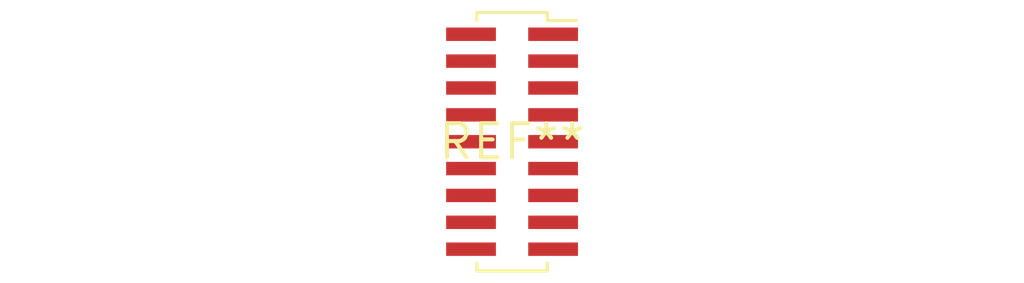
<source format=kicad_pcb>
(kicad_pcb (version 20240108) (generator pcbnew)
  (layers (0 "F.Cu" signal) (31 "B.Cu" signal) (34 "B.Paste" user) (35 "F.Paste" user) (36 "B.SilkS" user "B.Silkscreen") (37 "F.SilkS" user "F.Silkscreen") (38 "B.Mask" user) (39 "F.Mask" user) (44 "Edge.Cuts" user))
  (net 0 "")
  (footprint "PinSocket_2x09_P1.00mm_Vertical_SMD" (layer "F.Cu") (at 0 0)
    (property "Reference" "REF**")
    (property "Value" "PinSocket_2x09_P1.00mm_Vertical_SMD")
    (fp_line (start -1.31 -4.81) (end -1.31 -4.51) (layer "F.SilkS") (stroke (width 0.12)))
    (fp_line (start -1.31 -4.81) (end 1.31 -4.81) (layer "F.SilkS") (stroke (width 0.12)))
    (fp_line (start -1.31 4.51) (end -1.31 4.81) (layer "F.SilkS") (stroke (width 0.12)))
    (fp_line (start -1.31 4.81) (end 1.31 4.81) (layer "F.SilkS") (stroke (width 0.12)))
    (fp_line (start 1.31 -4.81) (end 1.31 -4.51) (layer "F.SilkS") (stroke (width 0.12)))
    (fp_line (start 1.31 -4.51) (end 2.39 -4.51) (layer "F.SilkS") (stroke (width 0.12)))
    (fp_line (start 1.31 4.51) (end 1.31 4.81) (layer "F.SilkS") (stroke (width 0.12)))
    (pad "1" smd rect (at 1.525 -4) (size 1.85 0.5) (layers "F.Cu" "F.Paste" "F.Mask"))
    (pad "2" smd rect (at -1.525 -4) (size 1.85 0.5) (layers "F.Cu" "F.Paste" "F.Mask"))
    (pad "3" smd rect (at 1.525 -3) (size 1.85 0.5) (layers "F.Cu" "F.Paste" "F.Mask"))
    (pad "4" smd rect (at -1.525 -3) (size 1.85 0.5) (layers "F.Cu" "F.Paste" "F.Mask"))
    (pad "5" smd rect (at 1.525 -2) (size 1.85 0.5) (layers "F.Cu" "F.Paste" "F.Mask"))
    (pad "6" smd rect (at -1.525 -2) (size 1.85 0.5) (layers "F.Cu" "F.Paste" "F.Mask"))
    (pad "7" smd rect (at 1.525 -1) (size 1.85 0.5) (layers "F.Cu" "F.Paste" "F.Mask"))
    (pad "8" smd rect (at -1.525 -1) (size 1.85 0.5) (layers "F.Cu" "F.Paste" "F.Mask"))
    (pad "9" smd rect (at 1.525 0) (size 1.85 0.5) (layers "F.Cu" "F.Paste" "F.Mask"))
    (pad "10" smd rect (at -1.525 0) (size 1.85 0.5) (layers "F.Cu" "F.Paste" "F.Mask"))
    (pad "11" smd rect (at 1.525 1) (size 1.85 0.5) (layers "F.Cu" "F.Paste" "F.Mask"))
    (pad "12" smd rect (at -1.525 1) (size 1.85 0.5) (layers "F.Cu" "F.Paste" "F.Mask"))
    (pad "13" smd rect (at 1.525 2) (size 1.85 0.5) (layers "F.Cu" "F.Paste" "F.Mask"))
    (pad "14" smd rect (at -1.525 2) (size 1.85 0.5) (layers "F.Cu" "F.Paste" "F.Mask"))
    (pad "15" smd rect (at 1.525 3) (size 1.85 0.5) (layers "F.Cu" "F.Paste" "F.Mask"))
    (pad "16" smd rect (at -1.525 3) (size 1.85 0.5) (layers "F.Cu" "F.Paste" "F.Mask"))
    (pad "17" smd rect (at 1.525 4) (size 1.85 0.5) (layers "F.Cu" "F.Paste" "F.Mask"))
    (pad "18" smd rect (at -1.525 4) (size 1.85 0.5) (layers "F.Cu" "F.Paste" "F.Mask"))
  )
)
</source>
